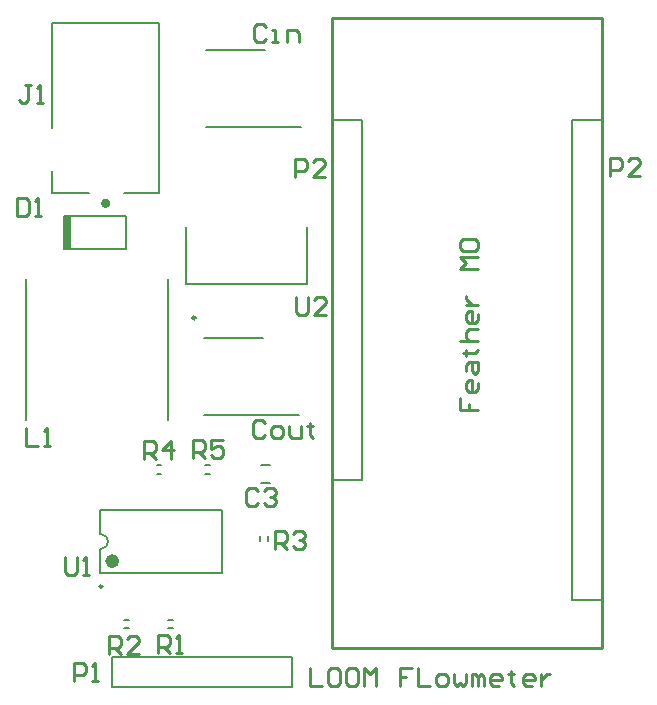
<source format=gto>
G04*
G04 #@! TF.GenerationSoftware,Altium Limited,Altium Designer,18.1.9 (240)*
G04*
G04 Layer_Color=65535*
%FSLAX25Y25*%
%MOIN*%
G70*
G01*
G75*
%ADD10C,0.00984*%
%ADD11C,0.01575*%
%ADD12C,0.02362*%
%ADD13C,0.00787*%
%ADD14C,0.01000*%
%ADD15C,0.00500*%
%ADD16R,0.03150X0.11024*%
D10*
X64472Y130063D02*
G03*
X64472Y130063I-492J0D01*
G01*
X33434Y40500D02*
G03*
X33434Y40500I-492J0D01*
G01*
D11*
X35287Y168232D02*
G03*
X35287Y168232I-787J0D01*
G01*
D12*
X37902Y49004D02*
G03*
X37902Y49004I-1181J0D01*
G01*
D13*
X32784Y53000D02*
G03*
X32784Y58000I0J2500D01*
G01*
X101579Y141480D02*
Y160378D01*
X61421Y141480D02*
X101579D01*
X61421D02*
Y160378D01*
X41433Y152988D02*
Y164012D01*
X20567Y152988D02*
X41433D01*
X20567Y164012D02*
X41433D01*
X73335Y45067D02*
Y65933D01*
X32784Y58000D02*
Y65933D01*
Y45067D02*
Y53000D01*
Y65933D02*
X73335D01*
X32784Y45067D02*
X73335D01*
X120000Y76000D02*
Y188500D01*
Y196000D01*
X110000D02*
X120000D01*
X110000Y76000D02*
Y196000D01*
Y76000D02*
X120000D01*
X190000Y36000D02*
X200000D01*
Y188500D01*
Y196000D01*
X190000D02*
X200000D01*
X190000Y36000D02*
Y196000D01*
X68008Y193508D02*
X99504D01*
X68008Y219492D02*
X87496D01*
X7878Y95878D02*
Y143122D01*
X55122Y95878D02*
Y143122D01*
X67327Y97508D02*
X98823D01*
X67327Y123492D02*
X86815D01*
X88752Y55713D02*
Y57287D01*
X85996Y55713D02*
Y57287D01*
X51485Y80878D02*
X53060D01*
X51485Y78122D02*
X53060D01*
X86240Y75169D02*
X89390D01*
X86240Y81075D02*
X89390D01*
X36500Y17000D02*
X96500D01*
X36500Y7000D02*
X96500D01*
Y17000D01*
X36500Y7000D02*
Y17000D01*
X40713Y29378D02*
X42287D01*
X40713Y26622D02*
X42287D01*
X67713Y80847D02*
X69287D01*
X67713Y78091D02*
X69287D01*
X55213Y26622D02*
X56787D01*
X55213Y29378D02*
X56787D01*
D14*
X110000Y20000D02*
X200000D01*
Y230000D01*
X110000D02*
X200000D01*
X110000Y20000D02*
Y230000D01*
X102500Y13498D02*
Y7500D01*
X106499D01*
X111497Y13498D02*
X109498D01*
X108498Y12498D01*
Y8500D01*
X109498Y7500D01*
X111497D01*
X112497Y8500D01*
Y12498D01*
X111497Y13498D01*
X117495D02*
X115496D01*
X114496Y12498D01*
Y8500D01*
X115496Y7500D01*
X117495D01*
X118495Y8500D01*
Y12498D01*
X117495Y13498D01*
X120494Y7500D02*
Y13498D01*
X122494Y11499D01*
X124493Y13498D01*
Y7500D01*
X136489Y13498D02*
X132490D01*
Y10499D01*
X134490D01*
X132490D01*
Y7500D01*
X138488Y13498D02*
Y7500D01*
X142487D01*
X145486D02*
X147485D01*
X148485Y8500D01*
Y10499D01*
X147485Y11499D01*
X145486D01*
X144486Y10499D01*
Y8500D01*
X145486Y7500D01*
X150485Y11499D02*
Y8500D01*
X151484Y7500D01*
X152484Y8500D01*
X153483Y7500D01*
X154483Y8500D01*
Y11499D01*
X156483Y7500D02*
Y11499D01*
X157482D01*
X158482Y10499D01*
Y7500D01*
Y10499D01*
X159482Y11499D01*
X160481Y10499D01*
Y7500D01*
X165480D02*
X163480D01*
X162481Y8500D01*
Y10499D01*
X163480Y11499D01*
X165480D01*
X166479Y10499D01*
Y9499D01*
X162481D01*
X169478Y12498D02*
Y11499D01*
X168479D01*
X170478D01*
X169478D01*
Y8500D01*
X170478Y7500D01*
X176476D02*
X174477D01*
X173477Y8500D01*
Y10499D01*
X174477Y11499D01*
X176476D01*
X177476Y10499D01*
Y9499D01*
X173477D01*
X179475Y11499D02*
Y7500D01*
Y9499D01*
X180475Y10499D01*
X181474Y11499D01*
X182474D01*
X152502Y103499D02*
Y99500D01*
X155501D01*
Y101499D01*
Y99500D01*
X158500D01*
Y108497D02*
Y106498D01*
X157500Y105498D01*
X155501D01*
X154501Y106498D01*
Y108497D01*
X155501Y109497D01*
X156501D01*
Y105498D01*
X154501Y112496D02*
Y114495D01*
X155501Y115495D01*
X158500D01*
Y112496D01*
X157500Y111496D01*
X156501Y112496D01*
Y115495D01*
X153502Y118494D02*
X154501D01*
Y117494D01*
Y119493D01*
Y118494D01*
X157500D01*
X158500Y119493D01*
X152502Y122493D02*
X158500D01*
X155501D01*
X154501Y123492D01*
Y125492D01*
X155501Y126491D01*
X158500D01*
Y131490D02*
Y129490D01*
X157500Y128491D01*
X155501D01*
X154501Y129490D01*
Y131490D01*
X155501Y132489D01*
X156501D01*
Y128491D01*
X154501Y134489D02*
X158500D01*
X156501D01*
X155501Y135488D01*
X154501Y136488D01*
Y137488D01*
X158500Y146485D02*
X152502D01*
X154501Y148484D01*
X152502Y150484D01*
X158500D01*
X153502Y152483D02*
X152502Y153482D01*
Y155482D01*
X153502Y156482D01*
X157500D01*
X158500Y155482D01*
Y153482D01*
X157500Y152483D01*
X153502D01*
X21000Y50498D02*
Y45500D01*
X22000Y44500D01*
X23999D01*
X24999Y45500D01*
Y50498D01*
X26998Y44500D02*
X28997D01*
X27998D01*
Y50498D01*
X26998Y49498D01*
X98000Y137063D02*
Y132064D01*
X99000Y131065D01*
X100999D01*
X101999Y132064D01*
Y137063D01*
X107997Y131065D02*
X103998D01*
X107997Y135063D01*
Y136063D01*
X106997Y137063D01*
X104998D01*
X103998Y136063D01*
X63500Y83469D02*
Y89467D01*
X66499D01*
X67499Y88467D01*
Y86467D01*
X66499Y85468D01*
X63500D01*
X65499D02*
X67499Y83469D01*
X73497Y89467D02*
X69498D01*
Y86467D01*
X71497Y87467D01*
X72497D01*
X73497Y86467D01*
Y84468D01*
X72497Y83469D01*
X70498D01*
X69498Y84468D01*
X47320Y83000D02*
Y88998D01*
X50319D01*
X51319Y87998D01*
Y85999D01*
X50319Y84999D01*
X47320D01*
X49319D02*
X51319Y83000D01*
X56317D02*
Y88998D01*
X53318Y85999D01*
X57316D01*
X91000Y53000D02*
Y58998D01*
X93999D01*
X94999Y57998D01*
Y55999D01*
X93999Y54999D01*
X91000D01*
X92999D02*
X94999Y53000D01*
X96998Y57998D02*
X97998Y58998D01*
X99997D01*
X100997Y57998D01*
Y56999D01*
X99997Y55999D01*
X98997D01*
X99997D01*
X100997Y54999D01*
Y54000D01*
X99997Y53000D01*
X97998D01*
X96998Y54000D01*
X35500Y18000D02*
Y23998D01*
X38499D01*
X39499Y22998D01*
Y20999D01*
X38499Y19999D01*
X35500D01*
X37499D02*
X39499Y18000D01*
X45497D02*
X41498D01*
X45497Y21999D01*
Y22998D01*
X44497Y23998D01*
X42498D01*
X41498Y22998D01*
X52000Y18500D02*
Y24498D01*
X54999D01*
X55999Y23498D01*
Y21499D01*
X54999Y20499D01*
X52000D01*
X53999D02*
X55999Y18500D01*
X57998D02*
X59997D01*
X58998D01*
Y24498D01*
X57998Y23498D01*
X97500Y177000D02*
Y182998D01*
X100499D01*
X101499Y181998D01*
Y179999D01*
X100499Y178999D01*
X97500D01*
X107497Y177000D02*
X103498D01*
X107497Y180999D01*
Y181998D01*
X106497Y182998D01*
X104498D01*
X103498Y181998D01*
X202500Y177500D02*
Y183498D01*
X205499D01*
X206499Y182498D01*
Y180499D01*
X205499Y179499D01*
X202500D01*
X212497Y177500D02*
X208498D01*
X212497Y181499D01*
Y182498D01*
X211497Y183498D01*
X209498D01*
X208498Y182498D01*
X24000Y9000D02*
Y14998D01*
X26999D01*
X27999Y13998D01*
Y11999D01*
X26999Y10999D01*
X24000D01*
X29998Y9000D02*
X31997D01*
X30998D01*
Y14998D01*
X29998Y13998D01*
X8000Y93498D02*
Y87500D01*
X11999D01*
X13998D02*
X15997D01*
X14998D01*
Y93498D01*
X13998Y92498D01*
X9499Y207620D02*
X7499D01*
X8499D01*
Y202622D01*
X7499Y201622D01*
X6500D01*
X5500Y202622D01*
X11498Y201622D02*
X13497D01*
X12498D01*
Y207620D01*
X11498Y206620D01*
X5000Y169998D02*
Y164000D01*
X7999D01*
X8999Y165000D01*
Y168998D01*
X7999Y169998D01*
X5000D01*
X10998Y164000D02*
X12997D01*
X11998D01*
Y169998D01*
X10998Y168998D01*
X87499Y94998D02*
X86499Y95998D01*
X84500D01*
X83500Y94998D01*
Y91000D01*
X84500Y90000D01*
X86499D01*
X87499Y91000D01*
X90498Y90000D02*
X92497D01*
X93497Y91000D01*
Y92999D01*
X92497Y93999D01*
X90498D01*
X89498Y92999D01*
Y91000D01*
X90498Y90000D01*
X95496Y93999D02*
Y91000D01*
X96496Y90000D01*
X99495D01*
Y93999D01*
X102494Y94998D02*
Y93999D01*
X101494D01*
X103493D01*
X102494D01*
Y91000D01*
X103493Y90000D01*
X87999Y226998D02*
X86999Y227998D01*
X85000D01*
X84000Y226998D01*
Y223000D01*
X85000Y222000D01*
X86999D01*
X87999Y223000D01*
X89998Y222000D02*
X91997D01*
X90998D01*
Y225999D01*
X89998D01*
X94996Y222000D02*
Y225999D01*
X97996D01*
X98995Y224999D01*
Y222000D01*
X85152Y72498D02*
X84153Y73498D01*
X82153D01*
X81154Y72498D01*
Y68500D01*
X82153Y67500D01*
X84153D01*
X85152Y68500D01*
X87152Y72498D02*
X88151Y73498D01*
X90151D01*
X91150Y72498D01*
Y71499D01*
X90151Y70499D01*
X89151D01*
X90151D01*
X91150Y69499D01*
Y68500D01*
X90151Y67500D01*
X88151D01*
X87152Y68500D01*
D15*
X16783Y171776D02*
X28791D01*
X16783Y193232D02*
Y228468D01*
X40602Y171776D02*
X52217D01*
X16783D02*
Y179059D01*
X52217Y171776D02*
Y228468D01*
X16783D02*
X52217D01*
D16*
X21748Y158499D02*
D03*
M02*

</source>
